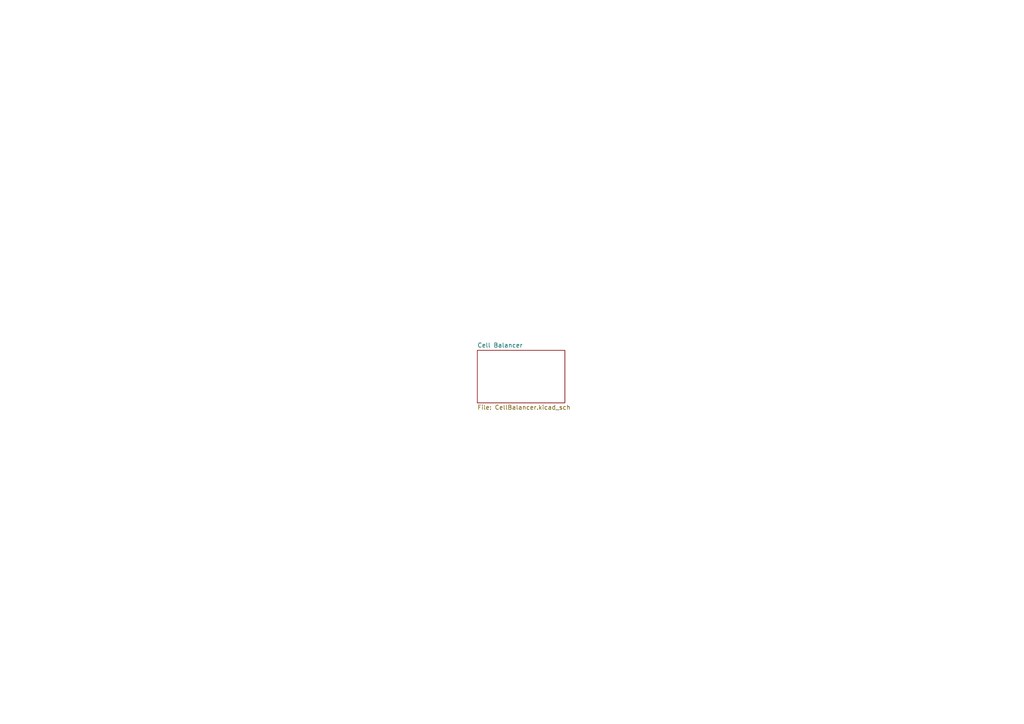
<source format=kicad_sch>
(kicad_sch
	(version 20250114)
	(generator "eeschema")
	(generator_version "9.0")
	(uuid "8d4acb02-486f-4a82-8cb3-6751e95c7d3a")
	(paper "A4")
	(lib_symbols)
	(sheet
		(at 138.43 101.6)
		(size 25.4 15.24)
		(exclude_from_sim no)
		(in_bom yes)
		(on_board yes)
		(dnp no)
		(fields_autoplaced yes)
		(stroke
			(width 0.1524)
			(type solid)
		)
		(fill
			(color 0 0 0 0.0000)
		)
		(uuid "87caa3c0-a72b-4080-959a-da2917e28214")
		(property "Sheetname" "Cell Balancer"
			(at 138.43 100.8884 0)
			(effects
				(font
					(size 1.27 1.27)
				)
				(justify left bottom)
			)
		)
		(property "Sheetfile" "CellBalancer.kicad_sch"
			(at 138.43 117.4246 0)
			(effects
				(font
					(size 1.27 1.27)
				)
				(justify left top)
			)
		)
		(instances
			(project "Rocketry-Battery-Board"
				(path "/8d4acb02-486f-4a82-8cb3-6751e95c7d3a"
					(page "2")
				)
			)
		)
	)
	(sheet_instances
		(path "/"
			(page "1")
		)
	)
	(embedded_fonts no)
)

</source>
